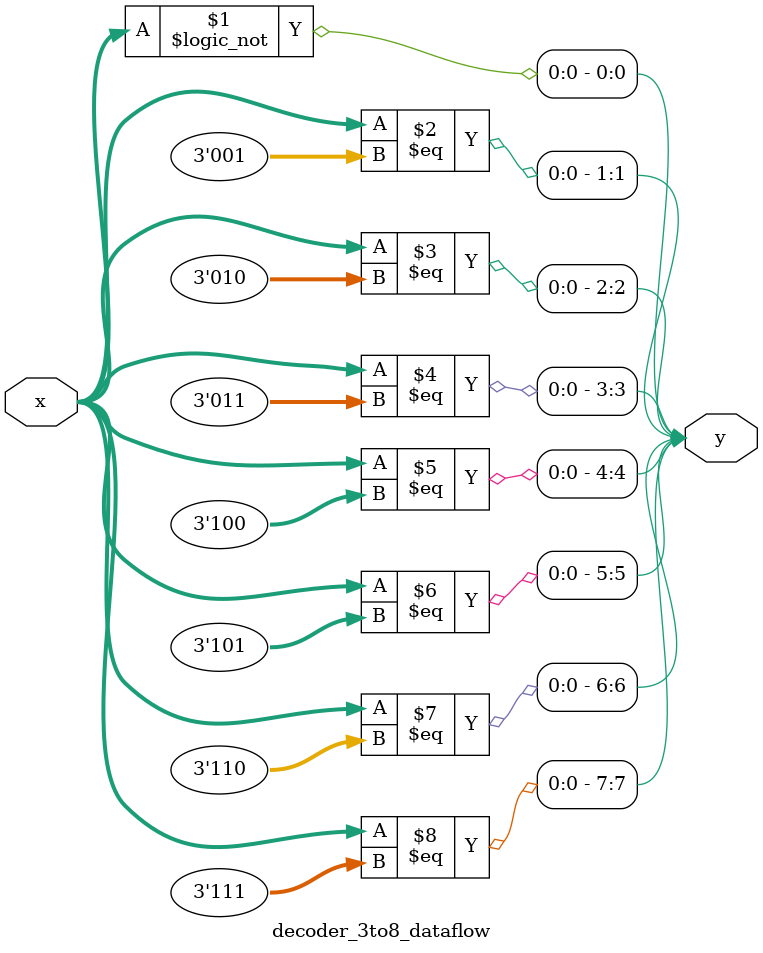
<source format=v>
`timescale 1ns / 1ps


module decoder_3to8_dataflow(
    input [2:0] x,
    output [7:0] y
    );
    
    assign y[0]=x==3'b000;
    assign y[1]=x==3'b001;
    assign y[2]=x==3'b010;
    assign y[3]=x==3'b011;
    assign y[4]=x==3'b100;
    assign y[5]=x==3'b101;
    assign y[6]=x==3'b110;
    assign y[7]=x==3'b111;
endmodule

</source>
